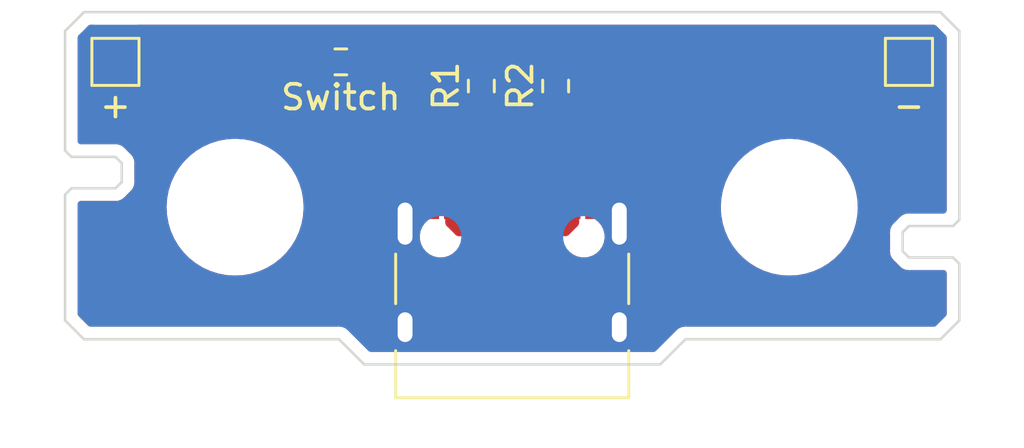
<source format=kicad_pcb>
(kicad_pcb (version 20221018) (generator pcbnew)
  (layers (0 "F.Cu" signal) (31 "B.Cu" signal) (34 "B.Paste" user) (35 "F.Paste" user) (36 "B.SilkS" user "B.Silkscreen") (37 "F.SilkS" user "F.Silkscreen") (38 "B.Mask" user) (39 "F.Mask" user) (44 "Edge.Cuts" user))
  (net 0 "")
  (net 1 "GND")
  (net 2 "Net-(J1-PadA4)")
  (net 3 "Net-(J1-PadA5)")
  (net 7 "Net-(J1-PadB5)")
  (net 11 "Net-(J3-Pad1)")
  (footprint "MountingHole:MountingHole_5.3mm_M5" (layer "F.Cu") (at 87.884 69.342)
    (fp_text reference "REF**" hide)
    (fp_text value "MountingHole_5.3mm_M5")
    (pad "" np_thru_hole circle (at 0 0) (size 4.5 4.5) (drill 4.5) (layers "F&B.Cu" "*.Mask"))
  )
  (footprint "TestPoint:TestPoint_Pad_1.5x1.5mm" (layer "F.Cu") (at 115.062 63.4746)
    (fp_text reference "-" (at 0 1.7526) (layer "F.SilkS"))
    (fp_text value "-")
    (fp_line (start -0.95 -0.95) (end 0.95 -0.95) (stroke (width 0.12)) (layer "F.SilkS"))
    (fp_line (start -0.95 0.95) (end -0.95 -0.95) (stroke (width 0.12)) (layer "F.SilkS"))
    (fp_line (start 0.95 -0.95) (end 0.95 0.95) (stroke (width 0.12)) (layer "F.SilkS"))
    (fp_line (start 0.95 0.95) (end -0.95 0.95) (stroke (width 0.12)) (layer "F.SilkS"))
    (pad "1" smd rect (at 0 0) (size 1.5 1.5) (layers "F.Cu" "F.Mask") (net 1 "GND"))
  )
  (footprint "Connector_USB:USB_C_Receptacle_HRO_TYPE-C-31-M-12" (layer "F.Cu") (at 99.06 73.136)
    (fp_text reference "J1" hide)
    (fp_text value "USB_C_Receptacle")
    (fp_line (start -4.7 -1.9) (end -4.7 0.1) (stroke (width 0.12)) (layer "F.SilkS"))
    (fp_line (start -4.7 2) (end -4.7 3.9) (stroke (width 0.12)) (layer "F.SilkS"))
    (fp_line (start -4.7 3.9) (end 4.7 3.9) (stroke (width 0.12)) (layer "F.SilkS"))
    (fp_line (start 4.7 -1.9) (end 4.7 0.1) (stroke (width 0.12)) (layer "F.SilkS"))
    (fp_line (start 4.7 2) (end 4.7 3.9) (stroke (width 0.12)) (layer "F.SilkS"))
    (pad "" np_thru_hole circle (at -2.89 -2.6) (size 0.65 0.65) (drill 0.65) (layers "*.Cu" "*.Mask"))
    (pad "" np_thru_hole circle (at 2.89 -2.6) (size 0.65 0.65) (drill 0.65) (layers "*.Cu" "*.Mask"))
    (pad "A1" smd rect (at -3.25 -4.045) (size 0.6 1.45) (layers "F.Cu" "F.Paste" "F.Mask") (net 1 "GND"))
    (pad "A4" smd rect (at -2.45 -4.045) (size 0.6 1.45) (layers "F.Cu" "F.Paste" "F.Mask") (net 2 "Net-(J1-PadA4)"))
    (pad "A5" smd rect (at -1.25 -4.045) (size 0.3 1.45) (layers "F.Cu" "F.Paste" "F.Mask") (net 3 "Net-(J1-PadA5)"))
    (pad "A6" smd rect (at -0.25 -4.045) (size 0.3 1.45) (layers "F.Cu" "F.Paste" "F.Mask"))
    (pad "A7" smd rect (at 0.25 -4.045) (size 0.3 1.45) (layers "F.Cu" "F.Paste" "F.Mask"))
    (pad "A8" smd rect (at 1.25 -4.045) (size 0.3 1.45) (layers "F.Cu" "F.Paste" "F.Mask"))
    (pad "A9" smd rect (at 2.45 -4.045) (size 0.6 1.45) (layers "F.Cu" "F.Paste" "F.Mask") (net 2 "Net-(J1-PadA4)"))
    (pad "A12" smd rect (at 3.25 -4.045) (size 0.6 1.45) (layers "F.Cu" "F.Paste" "F.Mask") (net 1 "GND"))
    (pad "B1" smd rect (at 3.25 -4.045) (size 0.6 1.45) (layers "F.Cu" "F.Paste" "F.Mask") (net 1 "GND"))
    (pad "B4" smd rect (at 2.45 -4.045) (size 0.6 1.45) (layers "F.Cu" "F.Paste" "F.Mask") (net 2 "Net-(J1-PadA4)"))
    (pad "B5" smd rect (at 1.75 -4.045) (size 0.3 1.45) (layers "F.Cu" "F.Paste" "F.Mask") (net 7 "Net-(J1-PadB5)"))
    (pad "B6" smd rect (at 0.75 -4.045) (size 0.3 1.45) (layers "F.Cu" "F.Paste" "F.Mask"))
    (pad "B7" smd rect (at -0.75 -4.045) (size 0.3 1.45) (layers "F.Cu" "F.Paste" "F.Mask"))
    (pad "B8" smd rect (at -1.75 -4.045) (size 0.3 1.45) (layers "F.Cu" "F.Paste" "F.Mask"))
    (pad "B9" smd rect (at -2.45 -4.045) (size 0.6 1.45) (layers "F.Cu" "F.Paste" "F.Mask") (net 2 "Net-(J1-PadA4)"))
    (pad "B12" smd rect (at -3.25 -4.045) (size 0.6 1.45) (layers "F.Cu" "F.Paste" "F.Mask") (net 1 "GND"))
    (pad "S1" thru_hole oval (at -4.32 -3.13) (size 1 2.1) (drill oval 0.6 1.7) (layers "*.Cu" "*.Mask") (net 1 "GND"))
    (pad "S1" thru_hole oval (at -4.32 1.05) (size 1 1.6) (drill oval 0.6 1.2) (layers "*.Cu" "*.Mask") (net 1 "GND"))
    (pad "S1" thru_hole oval (at 4.32 -3.13) (size 1 2.1) (drill oval 0.6 1.7) (layers "*.Cu" "*.Mask") (net 1 "GND"))
    (pad "S1" thru_hole oval (at 4.32 1.05) (size 1 1.6) (drill oval 0.6 1.2) (layers "*.Cu" "*.Mask") (net 1 "GND"))
  )
  (footprint "MountingHole:MountingHole_5.3mm_M5" (layer "F.Cu") (at 110.236 69.342)
    (fp_text reference "REF**" hide)
    (fp_text value "MountingHole_5.3mm_M5")
    (pad "" np_thru_hole circle (at 0 0) (size 4.5 4.5) (drill 4.5) (layers "F&B.Cu" "*.Mask"))
  )
  (footprint "Resistor_SMD:R_0603_1608Metric" (layer "F.Cu") (at 97.8154 64.4506 90)
    (fp_text reference "R1" (at 0 -1.43 90) (layer "F.SilkS"))
    (fp_text value "5.1k")
    (fp_line (start -0.237258 -0.5225) (end 0.237258 -0.5225) (stroke (width 0.12)) (layer "F.SilkS"))
    (fp_line (start -0.237258 0.5225) (end 0.237258 0.5225) (stroke (width 0.12)) (layer "F.SilkS"))
    (pad "1" smd roundrect (at -0.825 0 90) (size 0.8 0.95) (layers "F.Cu" "F.Paste" "F.Mask") (net 3 "Net-(J1-PadA5)"))
    (pad "2" smd roundrect (at 0.825 0 90) (size 0.8 0.95) (layers "F.Cu" "F.Paste" "F.Mask") (net 1 "GND"))
  )
  (footprint "TestPoint:TestPoint_Pad_1.5x1.5mm" (layer "F.Cu") (at 83.058 63.4746)
    (fp_text reference "+" (at 0 1.7526) (layer "F.SilkS"))
    (fp_text value "+")
    (fp_line (start -0.95 -0.95) (end 0.95 -0.95) (stroke (width 0.12)) (layer "F.SilkS"))
    (fp_line (start -0.95 0.95) (end -0.95 -0.95) (stroke (width 0.12)) (layer "F.SilkS"))
    (fp_line (start 0.95 -0.95) (end 0.95 0.95) (stroke (width 0.12)) (layer "F.SilkS"))
    (fp_line (start 0.95 0.95) (end -0.95 0.95) (stroke (width 0.12)) (layer "F.SilkS"))
    (pad "1" smd rect (at 0 0) (size 1.5 1.5) (layers "F.Cu" "F.Mask") (net 11 "Net-(J3-Pad1)"))
  )
  (footprint "Resistor_SMD:R_0603_1608Metric" (layer "F.Cu") (at 100.8126 64.4506 90)
    (fp_text reference "R2" (at 0 -1.43 90) (layer "F.SilkS"))
    (fp_text value "5.1k")
    (fp_line (start -0.237258 -0.5225) (end 0.237258 -0.5225) (stroke (width 0.12)) (layer "F.SilkS"))
    (fp_line (start -0.237258 0.5225) (end 0.237258 0.5225) (stroke (width 0.12)) (layer "F.SilkS"))
    (pad "1" smd roundrect (at -0.825 0 90) (size 0.8 0.95) (layers "F.Cu" "F.Paste" "F.Mask") (net 7 "Net-(J1-PadB5)"))
    (pad "2" smd roundrect (at 0.825 0 90) (size 0.8 0.95) (layers "F.Cu" "F.Paste" "F.Mask") (net 1 "GND"))
  )
  (footprint "Resistor_SMD:R_0603_1608Metric" (layer "F.Cu") (at 92.1492 63.4746 180)
    (fp_text reference "Switch" (at 0 -1.43) (layer "F.SilkS"))
    (fp_text value "0")
    (fp_line (start -0.237258 -0.5225) (end 0.237258 -0.5225) (stroke (width 0.12)) (layer "F.SilkS"))
    (fp_line (start -0.237258 0.5225) (end 0.237258 0.5225) (stroke (width 0.12)) (layer "F.SilkS"))
    (pad "1" smd roundrect (at -1.125 0 180) (size 1.25 1) (layers "F.Cu" "F.Paste" "F.Mask") (net 2 "Net-(J1-PadA4)"))
    (pad "2" smd roundrect (at 1.125 0 180) (size 1.25 1) (layers "F.Cu" "F.Paste" "F.Mask") (net 11 "Net-(J3-Pad1)"))
  )
  (footprint "LOGO" (layer "B.Cu") (at 111.0488 63.4492 180)
    (fp_text reference "G***" hide)
    (fp_text value "LOGO" hide)
  )
  (gr_line (start 81.026 67.056) (end 81.28 67.31) (stroke (width 0.1)) (layer "Edge.Cuts"))
  (gr_line (start 92.075 74.676) (end 93.091 75.692) (stroke (width 0.1)) (layer "Edge.Cuts"))
  (gr_line (start 117.094 73.914) (end 116.332 74.676) (stroke (width 0.1)) (layer "Edge.Cuts"))
  (gr_line (start 105.029 75.692) (end 106.045 74.676) (stroke (width 0.1)) (layer "Edge.Cuts"))
  (gr_line (start 117.094 73.914) (end 117.094 71.628) (stroke (width 0.1)) (layer "Edge.Cuts"))
  (gr_line (start 116.84 70.104) (end 115.062 70.104) (stroke (width 0.1)) (layer "Edge.Cuts"))
  (gr_line (start 116.84 71.374) (end 117.094 71.628) (stroke (width 0.1)) (layer "Edge.Cuts"))
  (gr_line (start 117.094 62.23) (end 116.332 61.468) (stroke (width 0.1)) (layer "Edge.Cuts"))
  (gr_line (start 83.312 67.564) (end 83.312 68.326) (stroke (width 0.1)) (layer "Edge.Cuts"))
  (gr_line (start 93.091 75.692) (end 105.029 75.692) (stroke (width 0.1)) (layer "Edge.Cuts"))
  (gr_line (start 81.788 61.468) (end 81.026 62.23) (stroke (width 0.1)) (layer "Edge.Cuts"))
  (gr_line (start 114.808 70.358) (end 114.808 71.12) (stroke (width 0.1)) (layer "Edge.Cuts"))
  (gr_line (start 117.094 69.85) (end 117.094 62.23) (stroke (width 0.1)) (layer "Edge.Cuts"))
  (gr_line (start 114.808 71.12) (end 115.062 71.374) (stroke (width 0.1)) (layer "Edge.Cuts"))
  (gr_line (start 92.075 74.676) (end 81.788 74.676) (stroke (width 0.1)) (layer "Edge.Cuts"))
  (gr_line (start 115.062 71.374) (end 116.84 71.374) (stroke (width 0.1)) (layer "Edge.Cuts"))
  (gr_line (start 81.28 67.31) (end 83.058 67.31) (stroke (width 0.1)) (layer "Edge.Cuts"))
  (gr_line (start 81.026 73.914) (end 81.788 74.676) (stroke (width 0.1)) (layer "Edge.Cuts"))
  (gr_line (start 81.026 68.834) (end 81.026 73.914) (stroke (width 0.1)) (layer "Edge.Cuts"))
  (gr_line (start 81.28 68.58) (end 81.026 68.834) (stroke (width 0.1)) (layer "Edge.Cuts"))
  (gr_line (start 81.788 61.468) (end 116.332 61.468) (stroke (width 0.1)) (layer "Edge.Cuts"))
  (gr_line (start 83.058 67.31) (end 83.312 67.564) (stroke (width 0.1)) (layer "Edge.Cuts"))
  (gr_line (start 116.84 70.104) (end 117.094 69.85) (stroke (width 0.1)) (layer "Edge.Cuts"))
  (gr_line (start 81.026 62.23) (end 81.026 67.056) (stroke (width 0.1)) (layer "Edge.Cuts"))
  (gr_line (start 83.058 68.58) (end 83.312 68.326) (stroke (width 0.1)) (layer "Edge.Cuts"))
  (gr_line (start 106.045 74.676) (end 116.332 74.676) (stroke (width 0.1)) (layer "Edge.Cuts"))
  (gr_line (start 114.808 70.358) (end 115.062 70.104) (stroke (width 0.1)) (layer "Edge.Cuts"))
  (gr_line (start 83.058 68.58) (end 81.28 68.58) (stroke (width 0.1)) (layer "Edge.Cuts"))
  (segment (start 96.61 69.091) (end 96.61 69.94) (width 0.5) (layer "F.Cu") (net 2))
  (segment (start 96.61 65.0378) (end 95.0468 63.4746) (width 0.5) (layer "F.Cu") (net 2))
  (segment (start 101.51 69.94) (end 101.51 69.091) (width 0.5) (layer "F.Cu") (net 2))
  (segment (start 96.935511 70.265511) (end 101.184489 70.265511) (width 0.5) (layer "F.Cu") (net 2))
  (segment (start 101.184489 70.265511) (end 101.51 69.94) (width 0.5) (layer "F.Cu") (net 2))
  (segment (start 96.61 69.091) (end 96.61 65.0378) (width 0.5) (layer "F.Cu") (net 2))
  (segment (start 96.61 69.94) (end 96.935511 70.265511) (width 0.5) (layer "F.Cu") (net 2))
  (segment (start 95.0468 63.4746) (end 93.2742 63.4746) (width 0.5) (layer "F.Cu") (net 2))
  (segment (start 97.81 65.281) (end 97.8154 65.2756) (width 0.25) (layer "F.Cu") (net 3))
  (segment (start 97.81 69.091) (end 97.81 65.281) (width 0.25) (layer "F.Cu") (net 3))
  (segment (start 100.81 65.2782) (end 100.8126 65.2756) (width 0.25) (layer "F.Cu") (net 7))
  (segment (start 100.81 69.091) (end 100.81 65.2782) (width 0.25) (layer "F.Cu") (net 7))
  (segment (start 91.0242 63.4746) (end 83.058 63.4746) (width 0.5) (layer "F.Cu") (net 11))
  (zone (net 1) (net_name "GND") (layer "F.Cu") (connect_pads yes (clearance 0.508)) (min_thickness 0.254) (fill yes (thermal_gap 0.508) (thermal_bridge_width 0.508) (island_removal_mode 1) (island_area_min 0))
    (polygon (pts (xy 117.094 75.819) (xy 81.026 75.692) (xy 81.026 61.468) (xy 117.094 61.468)))
  )
  (zone (net 1) (net_name "GND") (layer "B.Cu") (name "a") (connect_pads yes (clearance 0.508)) (min_thickness 0.254) (fill yes (thermal_gap 0.508) (thermal_bridge_width 0.508))
    (polygon (pts (xy 117.094 75.565) (xy 81.026 75.692) (xy 81.026 61.468) (xy 117.094 61.468)))
  )
)
</source>
